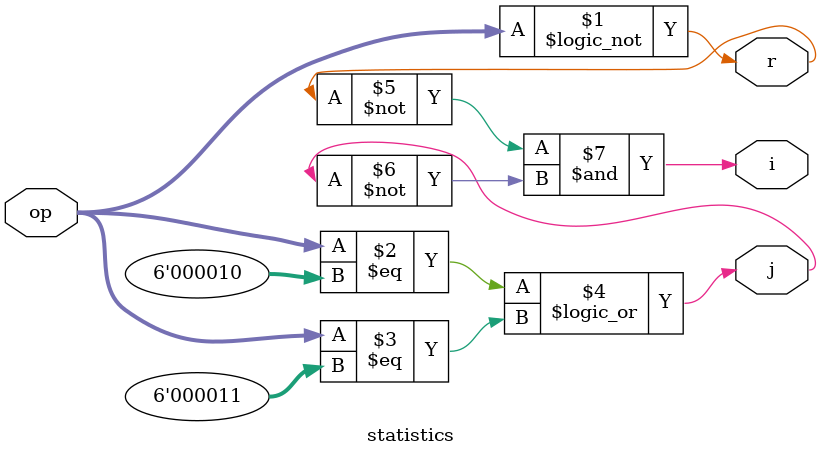
<source format=v>
module statistics(
    input  [5:0] op,
    output       i,
    output       r,
    output       j
    
);

    assign r = (op == 6'b000000);  // R-type
    assign j = (op == 6'b000010) || (op == 6'b000011);  // j, jal
    assign i = ~r & ~j;  // ??? ?? I-type

endmodule


</source>
